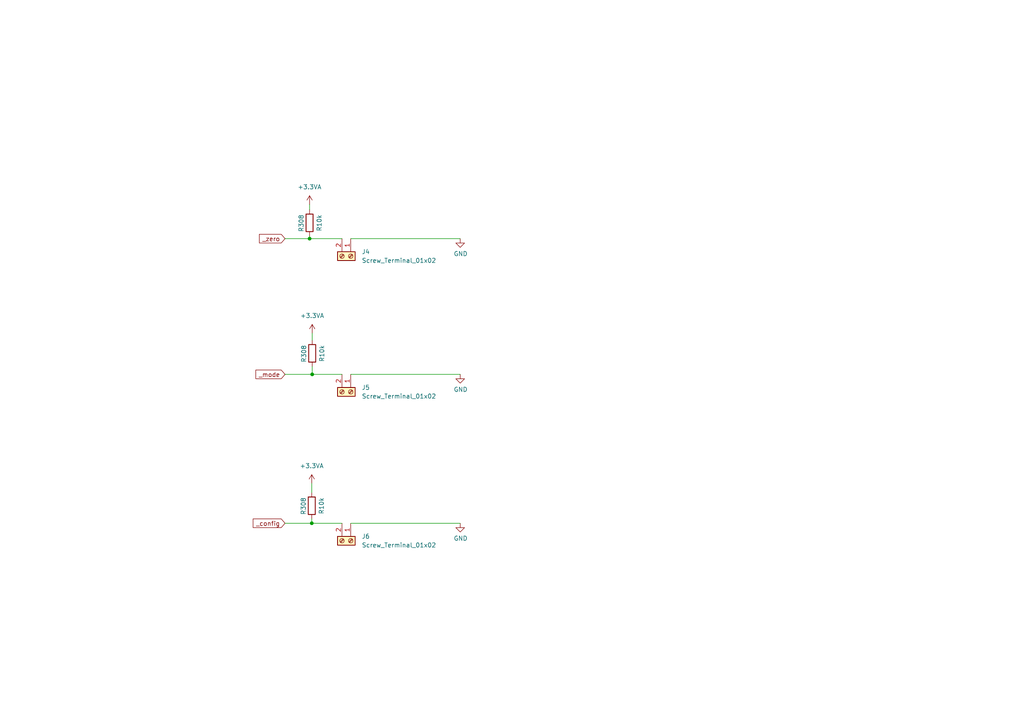
<source format=kicad_sch>
(kicad_sch (version 20230121) (generator eeschema)
  (paper "A4")
  (lib_symbols
    (symbol "Connector:Screw_Terminal_01x02" (pin_names (offset 1.016) hide)
      (property "Reference" "J" (at 0 2.54 0))
      (property "Value" "Screw_Terminal_01x02" (at 0 -5.08 0))
      (symbol "Screw_Terminal_01x02_1_1"
        (rectangle (start -1.27 1.27) (end 1.27 -3.81) (stroke (width 0.254)) (fill (type background)))
        (circle (center 0 -2.54) (radius 0.635) (stroke (width 0.1524)))
        (polyline (pts (xy -0.5334 -2.2098) (xy 0.3302 -3.048)) (stroke (width 0.1524)))
        (polyline (pts (xy -0.5334 0.3302) (xy 0.3302 -0.508)) (stroke (width 0.1524)))
        (polyline (pts (xy -0.3556 -2.032) (xy 0.508 -2.8702)) (stroke (width 0.1524)))
        (polyline (pts (xy -0.3556 0.508) (xy 0.508 -0.3302)) (stroke (width 0.1524)))
        (circle (center 0 0) (radius 0.635) (stroke (width 0.1524)))
        (pin passive line (at -5.08 0 0) (length 3.81) (name "Pin_1") (number "1"))
        (pin passive line (at -5.08 -2.54 0) (length 3.81) (name "Pin_2") (number "2"))
      )
    )
    (symbol "Device:R" (pin_numbers hide) (pin_names (offset 0))
      (property "Reference" "R" (at 2.032 0 90))
      (property "Value" "R" (at 0 0 90))
      (symbol "R_0_1"
        (rectangle (start -1.016 -2.54) (end 1.016 2.54) (stroke (width 0.254)))
      )
      (symbol "R_1_1"
        (pin passive line (at 0 3.81 270) (length 1.27) (name "~") (number "1"))
        (pin passive line (at 0 -3.81 90) (length 1.27) (name "~") (number "2"))
      )
    )
    (symbol "power:+3.3VA" (power) (pin_names (offset 0))
      (property "Value" "+3.3VA" (at 0 3.556 0))
      (symbol "+3.3VA_0_1"
        (polyline (pts (xy -0.762 1.27) (xy 0 2.54)))
        (polyline (pts (xy 0 0) (xy 0 2.54)))
        (polyline (pts (xy 0 2.54) (xy 0.762 1.27)))
      )
      (symbol "+3.3VA_1_1"
        (pin power_in line (at 0 0 90) (length 0) hide (name "+3.3VA") (number "1"))
      )
    )
    (symbol "power:GND" (power) (pin_names (offset 0))
      (property "Value" "GND" (at 0 -3.81 0))
      (symbol "GND_0_1"
        (polyline (pts (xy 0 0) (xy 0 -1.27) (xy 1.27 -1.27) (xy 0 -2.54) (xy -1.27 -1.27) (xy 0 -1.27)))
      )
      (symbol "GND_1_1"
        (pin power_in line (at 0 0 270) (length 0) hide (name "GND") (number "1"))
      )
    )
  )
  (junction (at 90.424 151.765))
  (junction (at 90.551 108.585))
  (junction (at 89.789 69.215))
  (wire (pts (xy 89.789 69.215) (xy 99.187 69.215)))
  (wire (pts (xy 82.677 151.765) (xy 90.424 151.765)))
  (wire (pts (xy 90.424 140.208) (xy 90.424 142.875)))
  (wire (pts (xy 101.727 151.765) (xy 133.477 151.765)))
  (wire (pts (xy 82.677 69.215) (xy 89.789 69.215)))
  (wire (pts (xy 90.551 96.647) (xy 90.551 98.679)))
  (wire (pts (xy 90.551 106.299) (xy 90.551 108.585)))
  (wire (pts (xy 89.789 68.453) (xy 89.789 69.215)))
  (wire (pts (xy 89.789 59.309) (xy 89.789 60.833)))
  (wire (pts (xy 101.727 69.215) (xy 133.477 69.215)))
  (wire (pts (xy 90.424 150.495) (xy 90.424 151.765)))
  (wire (pts (xy 90.424 151.765) (xy 99.187 151.765)))
  (wire (pts (xy 101.727 108.585) (xy 133.477 108.585)))
  (wire (pts (xy 82.677 108.585) (xy 90.551 108.585)))
  (wire (pts (xy 90.551 108.585) (xy 99.187 108.585)))
  (global_label "_mode" (shape input) (at 82.677 108.585 180) (property "Intersheetrefs" "${INTERSHEET_REFS}" (effects hide)))
  (global_label "_zero" (shape input) (at 82.677 69.215 180) (property "Intersheetrefs" "${INTERSHEET_REFS}" (effects hide)))
  (global_label "_config" (shape input) (at 82.677 151.765 180) (property "Intersheetrefs" "${INTERSHEET_REFS}" (effects hide)))
  (symbol (lib_id "power:+3.3VA") (at 90.551 96.647 0) (unit 1)
    (property "Reference" "#PWR0240" (effects hide))
    (property "Value" "+3.3VA" (at 90.551 91.567 0))
    (instances (project "menelaos-rev3" (path "" (reference "#PWR0240") (unit 1)) (path "" (reference "#PWR0603") (unit 1))))
  )
  (symbol (lib_id "Connector:Screw_Terminal_01x02") (at 101.727 113.665 270) (unit 1)
    (property "Reference" "J5" (at 104.902 112.395 90) (effects (justify left)))
    (property "Value" "Screw_Terminal_01x02" (at 104.902 114.935 90) (effects (justify left)))
    (property "Footprint" "TerminalBlock_WAGO:TerminalBlock_WAGO_236-402_1x02_P5.00mm_45Degree" (effects hide))
    (instances (project "menelaos-rev3" (path "" (reference "J5") (unit 1)) (path "" (reference "J602") (unit 1))))
  )
  (symbol (lib_id "Device:R") (at 90.424 146.685 180) (unit 1)
    (property "Reference" "R308" (at 88.011 146.7968 90))
    (property "Value" "R10k" (at 93.2434 146.7104 90))
    (property "Footprint" "Resistor_SMD:R_1206_3216Metric_Pad1.30x1.75mm_HandSolder" (effects hide))
    (property "Digi-Key_PN" "TNP10.0KACCT-ND" (effects hide))
    (property "Manufacturer_PN" "TNPW120610K0BEEA" (effects hide))
    (instances (project "menelaos-rev3" (path "" (reference "R308") (unit 1)) (path "" (reference "R27") (unit 1)) (path "" (reference "R602") (unit 1))) (project "OpenCelluloid" (path "" (reference "R308") (unit 1))))
  )
  (symbol (lib_id "Device:R") (at 89.789 64.643 180) (unit 1)
    (property "Reference" "R308" (at 87.376 64.7548 90))
    (property "Value" "R10k" (at 92.6084 64.6684 90))
    (property "Footprint" "Resistor_SMD:R_1206_3216Metric_Pad1.30x1.75mm_HandSolder" (effects hide))
    (property "Digi-Key_PN" "TNP10.0KACCT-ND" (effects hide))
    (property "Manufacturer_PN" "TNPW120610K0BEEA" (effects hide))
    (instances (project "menelaos-rev3" (path "" (reference "R308") (unit 1)) (path "" (reference "R11") (unit 1)) (path "" (reference "R601") (unit 1))) (project "OpenCelluloid" (path "" (reference "R308") (unit 1))))
  )
  (symbol (lib_id "power:GND") (at 133.477 151.765 0) (unit 1)
    (property "Reference" "#PWR011" (effects hide))
    (property "Value" "GND" (at 133.604 156.1592 0))
    (instances (project "menelaos-rev3" (path "" (reference "#PWR011") (unit 1)) (path "" (reference "#PWR0606") (unit 1))) (project "menelaos-v2" (path "" (reference "#PWR011") (unit 1))))
  )
  (symbol (lib_id "Device:R") (at 90.551 102.489 180) (unit 1)
    (property "Reference" "R308" (at 88.138 102.6008 90))
    (property "Value" "R10k" (at 93.3704 102.5144 90))
    (property "Footprint" "Resistor_SMD:R_1206_3216Metric_Pad1.30x1.75mm_HandSolder" (effects hide))
    (property "Digi-Key_PN" "TNP10.0KACCT-ND" (effects hide))
    (property "Manufacturer_PN" "TNPW120610K0BEEA" (effects hide))
    (instances (project "menelaos-rev3" (path "" (reference "R308") (unit 1)) (path "" (reference "R12") (unit 1)) (path "" (reference "R603") (unit 1))) (project "OpenCelluloid" (path "" (reference "R308") (unit 1))))
  )
  (symbol (lib_id "power:+3.3VA") (at 90.424 140.208 0) (unit 1)
    (property "Reference" "#PWR0240" (effects hide))
    (property "Value" "+3.3VA" (at 90.424 135.128 0))
    (instances (project "menelaos-rev3" (path "" (reference "#PWR0240") (unit 1)) (path "" (reference "#PWR0602") (unit 1))))
  )
  (symbol (lib_id "Connector:Screw_Terminal_01x02") (at 101.727 156.845 270) (unit 1)
    (property "Reference" "J6" (at 104.902 155.575 90) (effects (justify left)))
    (property "Value" "Screw_Terminal_01x02" (at 104.902 158.115 90) (effects (justify left)))
    (property "Footprint" "TerminalBlock_WAGO:TerminalBlock_WAGO_236-402_1x02_P5.00mm_45Degree" (effects hide))
    (instances (project "menelaos-rev3" (path "" (reference "J6") (unit 1)) (path "" (reference "J603") (unit 1))))
  )
  (symbol (lib_id "power:+3.3VA") (at 89.789 59.309 0) (unit 1)
    (property "Reference" "#PWR0240" (effects hide))
    (property "Value" "+3.3VA" (at 89.789 54.229 0))
    (instances (project "menelaos-rev3" (path "" (reference "#PWR0240") (unit 1)) (path "" (reference "#PWR0601") (unit 1))))
  )
  (symbol (lib_id "power:GND") (at 133.477 108.585 0) (unit 1)
    (property "Reference" "#PWR010" (effects hide))
    (property "Value" "GND" (at 133.604 112.9792 0))
    (instances (project "menelaos-rev3" (path "" (reference "#PWR010") (unit 1)) (path "" (reference "#PWR0605") (unit 1))) (project "menelaos-v2" (path "" (reference "#PWR010") (unit 1))))
  )
  (symbol (lib_id "Connector:Screw_Terminal_01x02") (at 101.727 74.295 270) (unit 1)
    (property "Reference" "J4" (at 104.902 73.025 90) (effects (justify left)))
    (property "Value" "Screw_Terminal_01x02" (at 104.902 75.565 90) (effects (justify left)))
    (property "Footprint" "TerminalBlock_WAGO:TerminalBlock_WAGO_236-402_1x02_P5.00mm_45Degree" (effects hide))
    (instances (project "menelaos-rev3" (path "" (reference "J4") (unit 1)) (path "" (reference "J601") (unit 1))))
  )
  (symbol (lib_id "power:GND") (at 133.477 69.215 0) (unit 1)
    (property "Reference" "#PWR09" (effects hide))
    (property "Value" "GND" (at 133.604 73.6092 0))
    (instances (project "menelaos-rev3" (path "" (reference "#PWR09") (unit 1)) (path "" (reference "#PWR0604") (unit 1))) (project "menelaos-v2" (path "" (reference "#PWR09") (unit 1))))
  )
)
</source>
